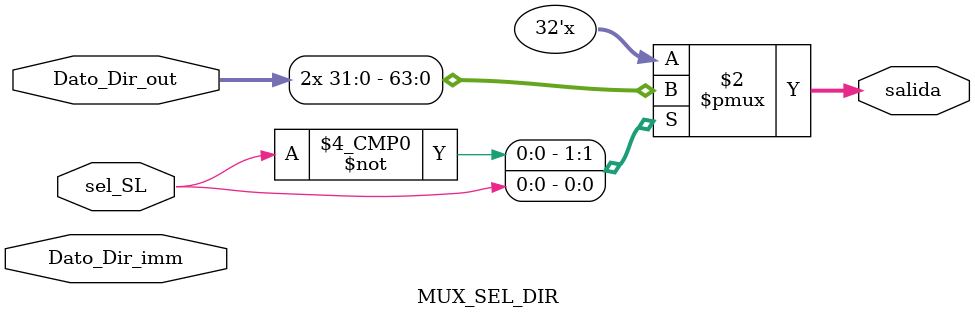
<source format=v>
`timescale 1ns / 1ps
module MUX_SEL_DIR(Dato_Dir_out,Dato_Dir_imm,salida,sel_SL);
input [31:0]Dato_Dir_out,Dato_Dir_imm;
input sel_SL;
output reg [31:0]salida;
always @(sel_SL or Dato_Dir_out or Dato_Dir_imm)
      case(sel_SL)
      1'b0: salida=Dato_Dir_out;
      1'b1: salida =Dato_Dir_out;
       default: salida=32'b0;
      endcase
endmodule


</source>
